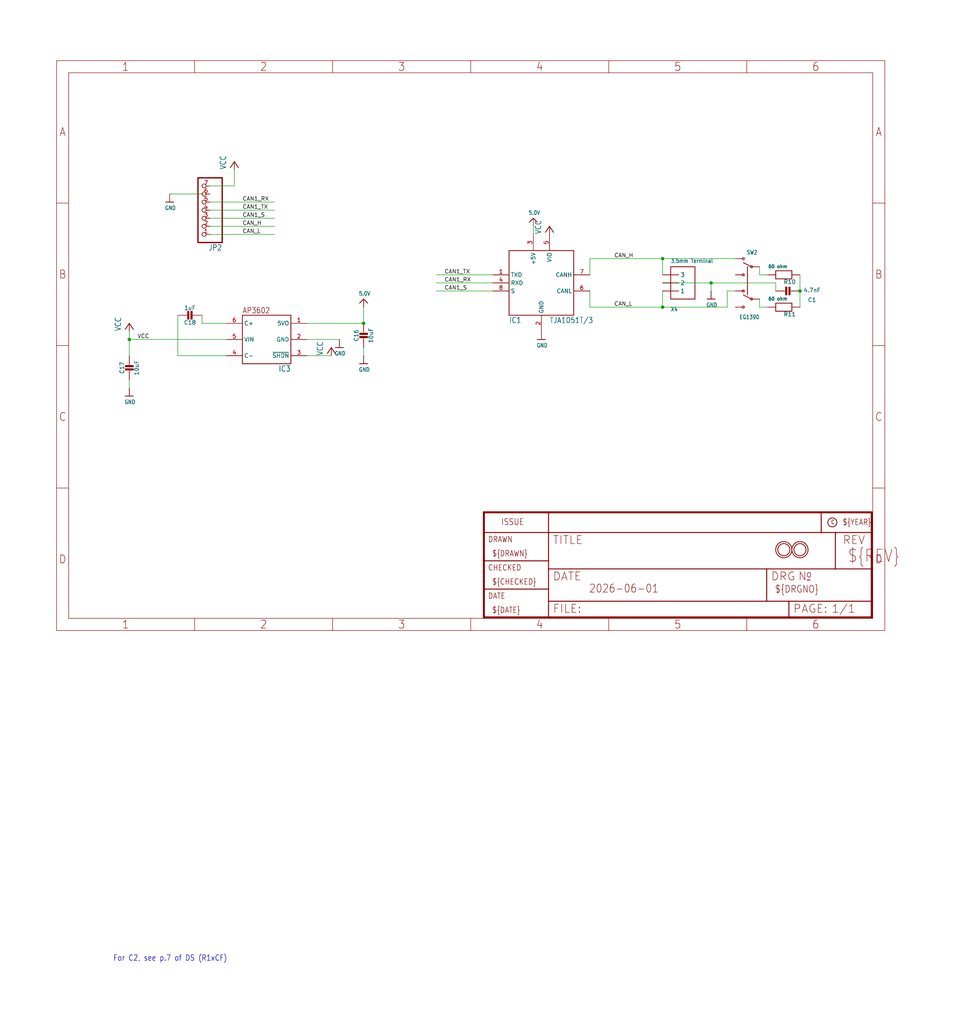
<source format=kicad_sch>
(kicad_sch (version 20230121) (generator eeschema)
  (paper "User" 303.962 321.793)
  (lib_symbols
    (symbol "working-eagle-import:5.0V" (power)
      (property "Value" "5.0V" (at -1.524 1.016 0))
      (symbol "5.0V_1_0"
        (polyline (pts (xy -1.27 -1.27) (xy 0 0)) (stroke (width 0.254)))
        (polyline (pts (xy 0 0) (xy 1.27 -1.27)) (stroke (width 0.254)))
        (pin power_in line (at 0 -2.54 90) (length 2.54) (name "5.0V") (number "1"))
      )
    )
    (symbol "working-eagle-import:AP3602"
      (property "Reference" "IC" (at -7.62 -10.16 0))
      (symbol "AP3602_1_0"
        (polyline (pts (xy -7.62 -7.62) (xy -7.62 7.62)) (stroke (width 0.254)))
        (polyline (pts (xy -7.62 7.62) (xy 7.62 7.62)) (stroke (width 0.254)))
        (polyline (pts (xy 7.62 -7.62) (xy -7.62 -7.62)) (stroke (width 0.254)))
        (polyline (pts (xy 7.62 7.62) (xy 7.62 -7.62)) (stroke (width 0.254)))
        (text "AP3602" (at 7.62 10.16 0) (effects (font (size 1.778 1.5113)) (justify right top)))
        (pin power_in line (at -12.7 5.08 0) (length 5.08) (name "5VO") (number "1"))
        (pin power_in line (at -12.7 0 0) (length 5.08) (name "GND") (number "2"))
        (pin input line (at -12.7 -5.08 0) (length 5.08) (name "~{SHDN}") (number "3"))
        (pin bidirectional line (at 12.7 -5.08 180) (length 5.08) (name "C-") (number "4"))
        (pin power_in line (at 12.7 0 180) (length 5.08) (name "VIN") (number "5"))
        (pin bidirectional line (at 12.7 5.08 180) (length 5.08) (name "C+") (number "6"))
      )
    )
    (symbol "working-eagle-import:CAN_TRANSCIEVER_TCAN1051V"
      (property "Reference" "IC" (at -10.16 -12.7 0))
      (symbol "CAN_TRANSCIEVER_TCAN1051V_1_0"
        (polyline (pts (xy -10.16 -10.16) (xy -10.16 10.16)) (stroke (width 0.254)))
        (polyline (pts (xy -10.16 10.16) (xy 10.16 10.16)) (stroke (width 0.254)))
        (polyline (pts (xy 10.16 -10.16) (xy -10.16 -10.16)) (stroke (width 0.254)))
        (polyline (pts (xy 10.16 10.16) (xy 10.16 -10.16)) (stroke (width 0.254)))
        (pin input line (at -15.24 2.54 0) (length 5.08) (name "TXD") (number "1"))
        (pin power_in line (at 0 -15.24 90) (length 5.08) (name "GND") (number "2"))
        (pin power_in line (at -2.54 15.24 270) (length 5.08) (name "+5V") (number "3"))
        (pin output line (at -15.24 0 0) (length 5.08) (name "RXD") (number "4"))
        (pin power_in line (at 2.54 15.24 270) (length 5.08) (name "VIO") (number "5"))
        (pin bidirectional line (at 15.24 -2.54 180) (length 5.08) (name "CANL") (number "6"))
        (pin bidirectional line (at 15.24 2.54 180) (length 5.08) (name "CANH") (number "7"))
        (pin input line (at -15.24 -2.54 0) (length 5.08) (name "S") (number "8"))
      )
    )
    (symbol "working-eagle-import:CAP_CERAMIC0603_NO"
      (property "Reference" "C" (at -2.29 1.25 90))
      (symbol "CAP_CERAMIC0603_NO_1_0"
        (rectangle (start -1.27 0.508) (end 1.27 1.016) (fill (type outline)))
        (rectangle (start -1.27 1.524) (end 1.27 2.032) (fill (type outline)))
        (polyline (pts (xy 0 0.762) (xy 0 0)) (stroke (width 0.1524)))
        (polyline (pts (xy 0 2.54) (xy 0 1.778)) (stroke (width 0.1524)))
        (pin passive line (at 0 5.08 270) (length 2.54) (name "1") (number "1"))
        (pin passive line (at 0 -2.54 90) (length 2.54) (name "2") (number "2"))
      )
    )
    (symbol "working-eagle-import:CAP_CERAMIC0805-NOOUTLINE"
      (property "Reference" "C" (at -2.29 1.25 90))
      (symbol "CAP_CERAMIC0805-NOOUTLINE_1_0"
        (rectangle (start -1.27 0.508) (end 1.27 1.016) (fill (type outline)))
        (rectangle (start -1.27 1.524) (end 1.27 2.032) (fill (type outline)))
        (polyline (pts (xy 0 0.762) (xy 0 0)) (stroke (width 0.1524)))
        (polyline (pts (xy 0 2.54) (xy 0 1.778)) (stroke (width 0.1524)))
        (pin passive line (at 0 5.08 270) (length 2.54) (name "1") (number "1"))
        (pin passive line (at 0 -2.54 90) (length 2.54) (name "2") (number "2"))
      )
    )
    (symbol "working-eagle-import:CAP_CERAMIC0805_10MGAP"
      (property "Reference" "C" (at -2.29 1.25 90))
      (symbol "CAP_CERAMIC0805_10MGAP_1_0"
        (rectangle (start -1.27 0.508) (end 1.27 1.016) (fill (type outline)))
        (rectangle (start -1.27 1.524) (end 1.27 2.032) (fill (type outline)))
        (polyline (pts (xy 0 0.762) (xy 0 0)) (stroke (width 0.1524)))
        (polyline (pts (xy 0 2.54) (xy 0 1.778)) (stroke (width 0.1524)))
        (pin passive line (at 0 5.08 270) (length 2.54) (name "1") (number "1"))
        (pin passive line (at 0 -2.54 90) (length 2.54) (name "2") (number "2"))
      )
    )
    (symbol "working-eagle-import:FRAME_A4"
      (symbol "FRAME_A4_1_0"
        (polyline (pts (xy 0 44.7675) (xy 3.81 44.7675)))
        (polyline (pts (xy 0 89.535) (xy 3.81 89.535)))
        (polyline (pts (xy 0 134.3025) (xy 3.81 134.3025)))
        (polyline (pts (xy 3.81 3.81) (xy 3.81 175.26)))
        (polyline (pts (xy 43.3917 0) (xy 43.3917 3.81)))
        (polyline (pts (xy 43.3917 175.26) (xy 43.3917 179.07)))
        (polyline (pts (xy 86.7833 0) (xy 86.7833 3.81)))
        (polyline (pts (xy 86.7833 175.26) (xy 86.7833 179.07)))
        (polyline (pts (xy 130.175 0) (xy 130.175 3.81)))
        (polyline (pts (xy 130.175 175.26) (xy 130.175 179.07)))
        (polyline (pts (xy 173.5667 0) (xy 173.5667 3.81)))
        (polyline (pts (xy 173.5667 175.26) (xy 173.5667 179.07)))
        (polyline (pts (xy 216.9583 0) (xy 216.9583 3.81)))
        (polyline (pts (xy 216.9583 175.26) (xy 216.9583 179.07)))
        (polyline (pts (xy 256.54 3.81) (xy 3.81 3.81)))
        (polyline (pts (xy 256.54 3.81) (xy 256.54 8.89)) (stroke (width 0.1016)))
        (polyline (pts (xy 256.54 3.81) (xy 256.54 175.26)))
        (polyline (pts (xy 256.54 8.89) (xy 256.54 13.97)) (stroke (width 0.1016)))
        (polyline (pts (xy 256.54 13.97) (xy 256.54 19.05)) (stroke (width 0.1016)))
        (polyline (pts (xy 256.54 19.05) (xy 256.54 36.83)) (stroke (width 0.1016)))
        (polyline (pts (xy 256.54 44.7675) (xy 260.35 44.7675)))
        (polyline (pts (xy 256.54 89.535) (xy 260.35 89.535)))
        (polyline (pts (xy 256.54 134.3025) (xy 260.35 134.3025)))
        (polyline (pts (xy 256.54 175.26) (xy 3.81 175.26)))
        (polyline (pts (xy 0 0) (xy 260.35 0) (xy 260.35 179.07) (xy 0 179.07) (xy 0 0)))
        (text "1" (at 21.6958 1.905 0) (effects (font (size 2.54 2.286))))
        (text "1" (at 21.6958 177.165 0) (effects (font (size 2.54 2.286))))
        (text "2" (at 65.0875 1.905 0) (effects (font (size 2.54 2.286))))
        (text "2" (at 65.0875 177.165 0) (effects (font (size 2.54 2.286))))
        (text "3" (at 108.4792 1.905 0) (effects (font (size 2.54 2.286))))
        (text "3" (at 108.4792 177.165 0) (effects (font (size 2.54 2.286))))
        (text "4" (at 151.8708 1.905 0) (effects (font (size 2.54 2.286))))
        (text "4" (at 151.8708 177.165 0) (effects (font (size 2.54 2.286))))
        (text "5" (at 195.2625 1.905 0) (effects (font (size 2.54 2.286))))
        (text "5" (at 195.2625 177.165 0) (effects (font (size 2.54 2.286))))
        (text "6" (at 238.6542 1.905 0) (effects (font (size 2.54 2.286))))
        (text "6" (at 238.6542 177.165 0) (effects (font (size 2.54 2.286))))
        (text "A" (at 1.905 156.6863 0) (effects (font (size 2.54 2.286))))
        (text "A" (at 258.445 156.6863 0) (effects (font (size 2.54 2.286))))
        (text "B" (at 1.905 111.9188 0) (effects (font (size 2.54 2.286))))
        (text "B" (at 258.445 111.9188 0) (effects (font (size 2.54 2.286))))
        (text "C" (at 1.905 67.1513 0) (effects (font (size 2.54 2.286))))
        (text "C" (at 258.445 67.1513 0) (effects (font (size 2.54 2.286))))
        (text "D" (at 1.905 22.3838 0) (effects (font (size 2.54 2.286))))
        (text "D" (at 258.445 22.3838 0) (effects (font (size 2.54 2.286))))
      )
      (symbol "FRAME_A4_2_0"
        (polyline (pts (xy -0.3048 1.5748) (xy 20.0152 1.5748)) (stroke (width 0.6096)))
        (polyline (pts (xy -0.3048 10.4648) (xy -0.3048 1.5748)) (stroke (width 0.6096)))
        (polyline (pts (xy -0.3048 10.4648) (xy 20.0152 10.4648)) (stroke (width 0.3048)))
        (polyline (pts (xy -0.3048 19.3548) (xy -0.3048 10.4648)) (stroke (width 0.6096)))
        (polyline (pts (xy -0.3048 19.3548) (xy 20.0152 19.3548)) (stroke (width 0.3048)))
        (polyline (pts (xy -0.3048 28.2448) (xy -0.3048 19.3548)) (stroke (width 0.6096)))
        (polyline (pts (xy -0.3048 28.2448) (xy 20.0152 28.2448)) (stroke (width 0.3048)))
        (polyline (pts (xy -0.3048 34.5948) (xy -0.3048 28.2448)) (stroke (width 0.6096)))
        (polyline (pts (xy 20.0152 1.5748) (xy 20.0152 6.6548)) (stroke (width 0.3048)))
        (polyline (pts (xy 20.0152 1.5748) (xy 95.5802 1.5748)) (stroke (width 0.6096)))
        (polyline (pts (xy 20.0152 6.6548) (xy 20.0152 10.4648)) (stroke (width 0.3048)))
        (polyline (pts (xy 20.0152 6.6548) (xy 88.5952 6.6548)) (stroke (width 0.3048)))
        (polyline (pts (xy 20.0152 10.4648) (xy 20.0152 16.8148)) (stroke (width 0.3048)))
        (polyline (pts (xy 20.0152 16.8148) (xy 20.0152 19.3548)) (stroke (width 0.3048)))
        (polyline (pts (xy 20.0152 19.3548) (xy 20.0152 28.2448)) (stroke (width 0.3048)))
        (polyline (pts (xy 20.0152 28.2448) (xy 20.0152 34.5948)) (stroke (width 0.3048)))
        (polyline (pts (xy 20.0152 28.2448) (xy 105.7402 28.2448)) (stroke (width 0.3048)))
        (polyline (pts (xy 20.0152 34.5948) (xy -0.3048 34.5948)) (stroke (width 0.6096)))
        (polyline (pts (xy 88.5952 6.6548) (xy 95.5802 6.6548)) (stroke (width 0.3048)))
        (polyline (pts (xy 88.5952 16.8148) (xy 20.0152 16.8148)) (stroke (width 0.3048)))
        (polyline (pts (xy 88.5952 16.8148) (xy 88.5952 6.6548)) (stroke (width 0.3048)))
        (polyline (pts (xy 95.5802 1.5748) (xy 121.6152 1.5748)) (stroke (width 0.6096)))
        (polyline (pts (xy 95.5802 6.6548) (xy 95.5802 1.5748)) (stroke (width 0.3048)))
        (polyline (pts (xy 95.5802 6.6548) (xy 121.6152 6.6548)) (stroke (width 0.3048)))
        (polyline (pts (xy 101.2952 13.3223) (xy 102.2477 13.3223)) (stroke (width 0.254)))
        (polyline (pts (xy 105.7402 28.2448) (xy 105.7402 34.5948)) (stroke (width 0.3048)))
        (polyline (pts (xy 105.7402 28.2448) (xy 110.1852 28.2448)) (stroke (width 0.3048)))
        (polyline (pts (xy 105.7402 34.5948) (xy 20.0152 34.5948)) (stroke (width 0.6096)))
        (polyline (pts (xy 110.1852 16.8148) (xy 88.5952 16.8148)) (stroke (width 0.3048)))
        (polyline (pts (xy 110.1852 28.2448) (xy 110.1852 16.8148)) (stroke (width 0.3048)))
        (polyline (pts (xy 110.1852 28.2448) (xy 121.6152 28.2448)) (stroke (width 0.3048)))
        (polyline (pts (xy 121.6152 6.6548) (xy 121.6152 1.5748)) (stroke (width 0.6096)))
        (polyline (pts (xy 121.6152 16.8148) (xy 110.1852 16.8148)) (stroke (width 0.3048)))
        (polyline (pts (xy 121.6152 16.8148) (xy 121.6152 6.6548)) (stroke (width 0.6096)))
        (polyline (pts (xy 121.6152 28.2448) (xy 121.6152 16.8148)) (stroke (width 0.6096)))
        (polyline (pts (xy 121.6152 34.5948) (xy 105.7402 34.5948)) (stroke (width 0.6096)))
        (polyline (pts (xy 121.6152 34.5948) (xy 121.6152 28.2448)) (stroke (width 0.6096)))
        (circle (center 109.2327 31.4198) (radius 1.4199) (stroke (width 0.254)))
        (text "${#}/${##}" (at 108.9152 2.8448 0) (effects (font (size 2.54 2.54)) (justify left bottom)))
        (text "${CHECKED}" (at 2.2352 11.7348 0) (effects (font (size 1.778 1.5113)) (justify left bottom)))
        (text "${COMPANY}" (at 23.349 29.6735 0) (effects (font (size 3.175 2.6987) (thickness 0.5397) bold) (justify left bottom)))
        (text "${CURRENT_DATE}" (at 32.7152 9.1948 0) (effects (font (size 2.54 2.159)) (justify left bottom)))
        (text "${DATE}" (at 2.2352 2.8448 0) (effects (font (size 1.778 1.5113)) (justify left bottom)))
        (text "${DRAWN}" (at 2.2352 20.6248 0) (effects (font (size 1.778 1.5113)) (justify left bottom)))
        (text "${DRGNO}" (at 91.1352 9.1948 0) (effects (font (size 2.1844 1.8567)) (justify left bottom)))
        (text "${PROJECTNAME}" (at 33.0327 2.8448 0) (effects (font (size 2.54 2.159)) (justify left bottom)))
        (text "${REV}" (at 113.9952 18.7198 0) (effects (font (size 3.81 3.2385)) (justify left bottom)))
        (text "${YEAR}" (at 112.4077 30.4673 0) (effects (font (size 1.778 1.5113)) (justify left bottom)))
        (text "C" (at 108.7564 30.7848 0) (effects (font (size 1.27 1.0795)) (justify left bottom)))
        (text "CHECKED" (at 0.9652 16.1798 0) (effects (font (size 1.778 1.5113)) (justify left bottom)))
        (text "DATE" (at 0.9652 7.2898 0) (effects (font (size 1.778 1.5113)) (justify left bottom)))
        (text "DATE" (at 21.2852 13.0048 0) (effects (font (size 2.54 2.54)) (justify left bottom)))
        (text "DRAWN" (at 0.9652 25.0698 0) (effects (font (size 1.778 1.5113)) (justify left bottom)))
        (text "DRG" (at 89.8652 13.0048 0) (effects (font (size 2.54 2.54)) (justify left bottom)))
        (text "FILE:" (at 21.2852 2.8448 0) (effects (font (size 2.54 2.54)) (justify left bottom)))
        (text "ISSUE" (at 5.0927 30.4673 0) (effects (font (size 1.9304 1.6408)) (justify left bottom)))
        (text "N" (at 98.4377 13.0048 0) (effects (font (size 2.54 2.54)) (justify left bottom)))
        (text "o" (at 100.9777 13.9573 0) (effects (font (size 2.1844 1.8567)) (justify left bottom)))
        (text "PAGE:" (at 96.8502 2.8448 0) (effects (font (size 2.54 2.54)) (justify left bottom)))
        (text "REV" (at 112.4077 24.4348 0) (effects (font (size 2.54 2.54)) (justify left bottom)))
        (text "TITLE" (at 21.2852 24.4348 0) (effects (font (size 2.54 2.54)) (justify left bottom)))
      )
    )
    (symbol "working-eagle-import:GND" (power)
      (property "Value" "GND" (at -1.524 -2.54 0))
      (symbol "GND_1_0"
        (polyline (pts (xy -1.27 0) (xy 1.27 0)) (stroke (width 0.254)))
        (pin power_in line (at 0 2.54 270) (length 2.54) (name "GND") (number "1"))
      )
    )
    (symbol "working-eagle-import:HEADER-1X770MIL"
      (property "Reference" "JP" (at -6.35 10.795 0))
      (symbol "HEADER-1X770MIL_1_0"
        (polyline (pts (xy -6.35 -10.16) (xy 1.27 -10.16)) (stroke (width 0.4064)))
        (polyline (pts (xy -6.35 10.16) (xy -6.35 -10.16)) (stroke (width 0.4064)))
        (polyline (pts (xy 1.27 -10.16) (xy 1.27 10.16)) (stroke (width 0.4064)))
        (polyline (pts (xy 1.27 10.16) (xy -6.35 10.16)) (stroke (width 0.4064)))
        (pin passive inverted (at -2.54 7.62 0) (length 2.54) (name "1") (number "1"))
        (pin passive inverted (at -2.54 5.08 0) (length 2.54) (name "2") (number "2"))
        (pin passive inverted (at -2.54 2.54 0) (length 2.54) (name "3") (number "3"))
        (pin passive inverted (at -2.54 0 0) (length 2.54) (name "4") (number "4"))
        (pin passive inverted (at -2.54 -2.54 0) (length 2.54) (name "5") (number "5"))
        (pin passive inverted (at -2.54 -5.08 0) (length 2.54) (name "6") (number "6"))
        (pin passive inverted (at -2.54 -7.62 0) (length 2.54) (name "7") (number "7"))
      )
    )
    (symbol "working-eagle-import:MOUNTINGHOLE2.5"
      (symbol "MOUNTINGHOLE2.5_1_0"
        (circle (center 0 0) (radius 1.905) (stroke (width 0.254)))
        (circle (center 0 0) (radius 2.54) (stroke (width 0.254)))
      )
    )
    (symbol "working-eagle-import:RESISTOR_0603_NOOUT"
      (property "Reference" "R" (at 0 2.54 0))
      (symbol "RESISTOR_0603_NOOUT_1_0"
        (polyline (pts (xy -2.54 -1.27) (xy -2.54 1.27)) (stroke (width 0.254)))
        (polyline (pts (xy -2.54 1.27) (xy 2.54 1.27)) (stroke (width 0.254)))
        (polyline (pts (xy 2.54 -1.27) (xy -2.54 -1.27)) (stroke (width 0.254)))
        (polyline (pts (xy 2.54 1.27) (xy 2.54 -1.27)) (stroke (width 0.254)))
        (pin passive line (at -5.08 0 0) (length 2.54) (name "1") (number "1"))
        (pin passive line (at 5.08 0 180) (length 2.54) (name "2") (number "2"))
      )
    )
    (symbol "working-eagle-import:SWITCH_DPDTEG1390"
      (property "Reference" "SW" (at -4.445 8.89 0))
      (symbol "SWITCH_DPDTEG1390_1_0"
        (circle (center -2.54 -5.08) (radius 0.3592) (stroke (width 0.2032)))
        (circle (center -2.54 5.08) (radius 0.3592) (stroke (width 0.2032)))
        (circle (center 0 -7.62) (radius 0.3592) (stroke (width 0.2032)))
        (circle (center 0 -2.54) (radius 0.3592) (stroke (width 0.2032)))
        (polyline (pts (xy -2.54 -5.08) (xy 0 -3.81)) (stroke (width 0.254)))
        (polyline (pts (xy -2.54 5.08) (xy 0 6.35)) (stroke (width 0.254)))
        (polyline (pts (xy -1.27 5.08) (xy -1.27 -3.81)) (stroke (width 0.254)))
        (polyline (pts (xy 0 -7.62) (xy 0.635 -7.62)) (stroke (width 0.127)))
        (polyline (pts (xy 0 -2.54) (xy 0.635 -2.54)) (stroke (width 0.1524)))
        (polyline (pts (xy 0 2.54) (xy 0.635 2.54)) (stroke (width 0.127)))
        (polyline (pts (xy 0 7.62) (xy 0.635 7.62)) (stroke (width 0.1524)))
        (circle (center 0 2.54) (radius 0.3592) (stroke (width 0.2032)))
        (circle (center 0 7.62) (radius 0.3592) (stroke (width 0.2032)))
        (pin passive line (at 2.54 7.62 180) (length 2.54) (name "O1") (number "O1"))
        (pin passive line (at 2.54 -2.54 180) (length 2.54) (name "O2") (number "O2"))
        (pin passive line (at -5.08 5.08 0) (length 2.54) (name "P1") (number "P1"))
        (pin passive line (at -5.08 -5.08 0) (length 2.54) (name "P2") (number "P2"))
        (pin passive line (at 2.54 2.54 180) (length 2.54) (name "S1") (number "S1"))
        (pin passive line (at 2.54 -7.62 180) (length 2.54) (name "S2") (number "S2"))
      )
    )
    (symbol "working-eagle-import:TERMBLOCK_1X3"
      (property "Reference" "X" (at -2.54 7.62 0))
      (symbol "TERMBLOCK_1X3_1_0"
        (polyline (pts (xy -2.54 -5.08) (xy 5.08 -5.08)) (stroke (width 0.254)))
        (polyline (pts (xy -2.54 5.08) (xy -2.54 -5.08)) (stroke (width 0.254)))
        (polyline (pts (xy 5.08 -5.08) (xy 5.08 5.08)) (stroke (width 0.254)))
        (polyline (pts (xy 5.08 5.08) (xy -2.54 5.08)) (stroke (width 0.254)))
        (pin passive line (at -5.08 2.54 0) (length 5.08) (name "1") (number "1"))
        (pin passive line (at -5.08 0 0) (length 5.08) (name "2") (number "2"))
        (pin passive line (at -5.08 -2.54 0) (length 5.08) (name "3") (number "3"))
      )
    )
    (symbol "working-eagle-import:VCC" (power)
      (property "Value" "VCC" (at -2.54 -2.54 90))
      (symbol "VCC_1_0"
        (polyline (pts (xy 0 0) (xy -1.27 -1.905)) (stroke (width 0.254)))
        (polyline (pts (xy 1.27 -1.905) (xy 0 0)) (stroke (width 0.254)))
        (pin power_in line (at 0 -2.54 90) (length 2.54) (name "VCC") (number "1"))
      )
    )
  )
  (junction (at 208.28 81.28))
  (junction (at 208.28 96.52))
  (junction (at 251.46 91.44))
  (junction (at 223.52 88.9))
  (junction (at 40.64 106.68))
  (junction (at 114.3 101.6))
  (wire (pts (xy 66.04 58.42) (xy 73.66 58.42)) (stroke (width 0.1524)))
  (wire (pts (xy 238.76 96.52) (xy 241.3 96.52)) (stroke (width 0.1524)))
  (wire (pts (xy 208.28 88.9) (xy 223.52 88.9)) (stroke (width 0.1524)))
  (wire (pts (xy 66.04 73.66) (xy 86.36 73.66)) (stroke (width 0.1524)))
  (wire (pts (xy 208.28 81.28) (xy 208.28 86.36)) (stroke (width 0.1524)))
  (wire (pts (xy 238.76 83.82) (xy 238.76 86.36)) (stroke (width 0.1524)))
  (wire (pts (xy 137.16 91.44) (xy 154.94 91.44)) (stroke (width 0.1524)))
  (wire (pts (xy 73.66 58.42) (xy 73.66 53.34)) (stroke (width 0.1524)))
  (wire (pts (xy 223.52 88.9) (xy 243.84 88.9)) (stroke (width 0.1524)))
  (wire (pts (xy 40.64 106.68) (xy 40.64 111.76)) (stroke (width 0.1524)))
  (wire (pts (xy 238.76 93.98) (xy 238.76 96.52)) (stroke (width 0.1524)))
  (wire (pts (xy 66.04 68.58) (xy 86.36 68.58)) (stroke (width 0.1524)))
  (wire (pts (xy 40.64 106.68) (xy 40.64 104.14)) (stroke (width 0.1524)))
  (wire (pts (xy 114.3 109.22) (xy 114.3 111.76)) (stroke (width 0.1524)))
  (wire (pts (xy 231.14 91.44) (xy 228.6 91.44)) (stroke (width 0.1524)))
  (wire (pts (xy 228.6 91.44) (xy 228.6 96.52)) (stroke (width 0.1524)))
  (wire (pts (xy 208.28 91.44) (xy 208.28 96.52)) (stroke (width 0.1524)))
  (wire (pts (xy 167.64 73.66) (xy 167.64 71.12)) (stroke (width 0.1524)))
  (wire (pts (xy 96.52 111.76) (xy 104.14 111.76)) (stroke (width 0.1524)))
  (wire (pts (xy 66.04 63.5) (xy 86.36 63.5)) (stroke (width 0.1524)))
  (wire (pts (xy 185.42 91.44) (xy 185.42 96.52)) (stroke (width 0.1524)))
  (wire (pts (xy 55.88 111.76) (xy 55.88 99.06)) (stroke (width 0.1524)))
  (wire (pts (xy 106.68 106.68) (xy 96.52 106.68)) (stroke (width 0.1524)))
  (wire (pts (xy 40.64 119.38) (xy 40.64 121.92)) (stroke (width 0.1524)))
  (wire (pts (xy 251.46 91.44) (xy 251.46 86.36)) (stroke (width 0.1524)))
  (wire (pts (xy 96.52 101.6) (xy 114.3 101.6)) (stroke (width 0.1524)))
  (wire (pts (xy 185.42 96.52) (xy 208.28 96.52)) (stroke (width 0.1524)))
  (wire (pts (xy 228.6 96.52) (xy 208.28 96.52)) (stroke (width 0.1524)))
  (wire (pts (xy 251.46 96.52) (xy 251.46 91.44)) (stroke (width 0.1524)))
  (wire (pts (xy 185.42 81.28) (xy 208.28 81.28)) (stroke (width 0.1524)))
  (wire (pts (xy 71.12 106.68) (xy 40.64 106.68)) (stroke (width 0.1524)))
  (wire (pts (xy 185.42 81.28) (xy 185.42 86.36)) (stroke (width 0.1524)))
  (wire (pts (xy 71.12 101.6) (xy 63.5 101.6)) (stroke (width 0.1524)))
  (wire (pts (xy 154.94 86.36) (xy 137.16 86.36)) (stroke (width 0.1524)))
  (wire (pts (xy 241.3 86.36) (xy 238.76 86.36)) (stroke (width 0.1524)))
  (wire (pts (xy 114.3 101.6) (xy 114.3 96.52)) (stroke (width 0.1524)))
  (wire (pts (xy 137.16 88.9) (xy 154.94 88.9)) (stroke (width 0.1524)))
  (wire (pts (xy 243.84 88.9) (xy 243.84 91.44)) (stroke (width 0.1524)))
  (wire (pts (xy 66.04 66.04) (xy 86.36 66.04)) (stroke (width 0.1524)))
  (wire (pts (xy 208.28 81.28) (xy 231.14 81.28)) (stroke (width 0.1524)))
  (wire (pts (xy 71.12 111.76) (xy 55.88 111.76)) (stroke (width 0.1524)))
  (wire (pts (xy 223.52 88.9) (xy 223.52 91.44)) (stroke (width 0.1524)))
  (wire (pts (xy 63.5 101.6) (xy 63.5 99.06)) (stroke (width 0.1524)))
  (wire (pts (xy 53.34 60.96) (xy 66.04 60.96)) (stroke (width 0.1524)))
  (wire (pts (xy 66.04 71.12) (xy 86.36 71.12)) (stroke (width 0.1524)))
  (text "For C2, see p.7 of DS (R1xCF)" (at 35.56 302.26 0) (effects (font (size 1.778 1.5113)) (justify left bottom)))
  (label "CAN_L" (at 76.2 73.66 0) (effects (font (size 1.2446 1.2446))))
  (label "CAN1_RX" (at 139.7 88.9 0) (effects (font (size 1.2446 1.2446))))
  (label "CAN1_TX" (at 76.2 66.04 0) (effects (font (size 1.2446 1.2446))))
  (label "CAN1_S" (at 139.7 91.44 0) (effects (font (size 1.2446 1.2446))))
  (label "CAN1_RX" (at 76.2 63.5 0) (effects (font (size 1.2446 1.2446))))
  (label "CAN_H" (at 193.04 81.28 0) (effects (font (size 1.2446 1.2446))))
  (label "CAN1_TX" (at 139.7 86.36 0) (effects (font (size 1.2446 1.2446))))
  (label "CAN_H" (at 76.2 71.12 0) (effects (font (size 1.2446 1.2446))))
  (label "VCC" (at 43.18 106.68 0) (effects (font (size 1.2446 1.2446))))
  (label "CAN_L" (at 193.04 96.52 0) (effects (font (size 1.2446 1.2446))))
  (label "CAN1_S" (at 76.2 68.58 0) (effects (font (size 1.2446 1.2446))))
  (symbol (lib_id "working-eagle-import:GND") (at 114.3 114.3 0) (unit 1)
    (property "Reference" "#U$37" (effects hide))
    (property "Value" "GND" (at 112.776 116.84 0) (effects (font (size 1.27 1.0795)) (justify left bottom)))
  )
  (symbol (lib_id "working-eagle-import:CAP_CERAMIC0603_NO") (at 246.38 91.44 270) (unit 1)
    (property "Reference" "C1" (at 255.25 94.23 90))
    (property "Value" "4.7nF" (at 255.25 91.2 90))
    (property "Footprint" "working:0603-NO" (effects hide))
  )
  (symbol (lib_id "working-eagle-import:GND") (at 40.64 124.46 0) (unit 1)
    (property "Reference" "#U$40" (effects hide))
    (property "Value" "GND" (at 39.116 127 0) (effects (font (size 1.27 1.0795)) (justify left bottom)))
  )
  (symbol (lib_id "working-eagle-import:VCC") (at 40.64 101.6 0) (unit 1)
    (property "Reference" "#P+1" (effects hide))
    (property "Value" "VCC" (at 38.1 104.14 90) (effects (font (size 1.778 1.5113)) (justify left bottom)))
  )
  (symbol (lib_id "working-eagle-import:VCC") (at 172.72 71.12 0) (unit 1)
    (property "Reference" "#P+2" (effects hide))
    (property "Value" "VCC" (at 170.18 73.66 90) (effects (font (size 1.778 1.5113)) (justify left bottom)))
  )
  (symbol (lib_id "working-eagle-import:CAP_CERAMIC0805-NOOUTLINE") (at 114.3 106.68 0) (unit 1)
    (property "Reference" "C16" (at 112.01 105.43 90))
    (property "Value" "10uF" (at 116.6 105.43 90))
    (property "Footprint" "working:0805-NO" (effects hide))
  )
  (symbol (lib_id "working-eagle-import:CAP_CERAMIC0805-NOOUTLINE") (at 40.64 116.84 0) (unit 1)
    (property "Reference" "C17" (at 38.35 115.59 90))
    (property "Value" "10uF" (at 42.94 115.59 90))
    (property "Footprint" "working:0805-NO" (effects hide))
  )
  (symbol (lib_id "working-eagle-import:CAN_TRANSCIEVER_TCAN1051V") (at 170.18 88.9 0) (unit 1)
    (property "Reference" "IC1" (at 160.02 101.6 0) (effects (font (size 1.778 1.5113)) (justify left bottom)))
    (property "Value" "TJA1051T/3" (at 172.72 101.6 0) (effects (font (size 1.778 1.5113)) (justify left bottom)))
    (property "Footprint" "working:SOIC8_150MIL" (effects hide))
  )
  (symbol (lib_id "working-eagle-import:5.0V") (at 114.3 93.98 0) (unit 1)
    (property "Reference" "#U$42" (effects hide))
    (property "Value" "5.0V" (at 112.776 92.964 0) (effects (font (size 1.27 1.0795)) (justify left bottom)))
  )
  (symbol (lib_id "working-eagle-import:GND") (at 223.52 93.98 0) (unit 1)
    (property "Reference" "#U$5" (effects hide))
    (property "Value" "GND" (at 221.996 96.52 0) (effects (font (size 1.27 1.0795)) (justify left bottom)))
  )
  (symbol (lib_id "working-eagle-import:VCC") (at 104.14 109.22 0) (unit 1)
    (property "Reference" "#P+4" (effects hide))
    (property "Value" "VCC" (at 101.6 111.76 90) (effects (font (size 1.778 1.5113)) (justify left bottom)))
  )
  (symbol (lib_id "working-eagle-import:GND") (at 53.34 63.5 0) (unit 1)
    (property "Reference" "#U$1" (effects hide))
    (property "Value" "GND" (at 51.816 66.04 0) (effects (font (size 1.27 1.0795)) (justify left bottom)))
  )
  (symbol (lib_id "working-eagle-import:TERMBLOCK_1X3") (at 213.36 88.9 0) (mirror x) (unit 1)
    (property "Reference" "X4" (at 210.82 96.52 0) (effects (font (size 1.27 1.0795)) (justify left bottom)))
    (property "Value" "3.5mm Terminal" (at 210.82 81.28 0) (effects (font (size 1.27 1.0795)) (justify left bottom)))
    (property "Footprint" "working:TERMBLOCK_1X3-3.5MM" (effects hide))
  )
  (symbol (lib_id "working-eagle-import:CAP_CERAMIC0805_10MGAP") (at 60.96 99.06 90) (unit 1)
    (property "Reference" "C18" (at 59.71 101.35 90))
    (property "Value" "1uF" (at 59.71 96.76 90))
    (property "Footprint" "working:0805_10MGAP" (effects hide))
  )
  (symbol (lib_id "working-eagle-import:HEADER-1X770MIL") (at 63.5 66.04 180) (unit 1)
    (property "Reference" "JP2" (at 69.85 76.835 0) (effects (font (size 1.778 1.5113)) (justify left bottom)))
    (property "Value" "HEADER-1X770MIL" (effects hide))
    (property "Footprint" "working:1X07_ROUND_70" (effects hide))
  )
  (symbol (lib_id "working-eagle-import:VCC") (at 73.66 50.8 0) (unit 1)
    (property "Reference" "#P+3" (effects hide))
    (property "Value" "VCC" (at 71.12 53.34 90) (effects (font (size 1.778 1.5113)) (justify left bottom)))
  )
  (symbol (lib_id "working-eagle-import:FRAME_A4") (at 152.4 195.58 0) (unit 2)
    (property "Reference" "#FRAME1" (effects hide))
    (property "Value" "FRAME_A4" (effects hide))
  )
  (symbol (lib_id "working-eagle-import:GND") (at 106.68 109.22 0) (unit 1)
    (property "Reference" "#U$43" (effects hide))
    (property "Value" "GND" (at 105.156 111.76 0) (effects (font (size 1.27 1.0795)) (justify left bottom)))
  )
  (symbol (lib_id "working-eagle-import:MOUNTINGHOLE2.5") (at 246.38 172.72 0) (unit 1)
    (property "Reference" "U$2" (effects hide))
    (property "Value" "MOUNTINGHOLE2.5" (effects hide))
    (property "Footprint" "working:MOUNTINGHOLE_2.5_PLATED" (effects hide))
  )
  (symbol (lib_id "working-eagle-import:GND") (at 170.18 106.68 0) (unit 1)
    (property "Reference" "#U$4" (effects hide))
    (property "Value" "GND" (at 168.656 109.22 0) (effects (font (size 1.27 1.0795)) (justify left bottom)))
  )
  (symbol (lib_id "working-eagle-import:RESISTOR_0603_NOOUT") (at 246.38 96.52 180) (unit 1)
    (property "Reference" "R11" (at 250.19 98.0186 0) (effects (justify left bottom)))
    (property "Value" "60 ohm" (at 247.65 93.218 0) (effects (font (size 1.016 1.016) bold) (justify left bottom)))
    (property "Footprint" "working:0603-NO" (effects hide))
  )
  (symbol (lib_id "working-eagle-import:FRAME_A4") (at 17.78 198.12 0) (unit 1)
    (property "Reference" "#FRAME1" (effects hide))
    (property "Value" "FRAME_A4" (effects hide))
  )
  (symbol (lib_id "working-eagle-import:MOUNTINGHOLE2.5") (at 251.46 172.72 0) (unit 1)
    (property "Reference" "U$3" (effects hide))
    (property "Value" "MOUNTINGHOLE2.5" (effects hide))
    (property "Footprint" "working:MOUNTINGHOLE_2.5_PLATED" (effects hide))
  )
  (symbol (lib_id "working-eagle-import:SWITCH_DPDTEG1390") (at 233.68 88.9 0) (mirror y) (unit 1)
    (property "Reference" "SW2" (at 238.125 80.01 0) (effects (font (size 1.27 1.0795)) (justify left bottom)))
    (property "Value" "EG1390" (at 238.76 100.33 0) (effects (font (size 1.27 1.0795)) (justify left bottom)))
    (property "Footprint" "working:EG1390" (effects hide))
  )
  (symbol (lib_id "working-eagle-import:RESISTOR_0603_NOOUT") (at 246.38 86.36 180) (unit 1)
    (property "Reference" "R10" (at 250.19 87.8586 0) (effects (justify left bottom)))
    (property "Value" "60 ohm" (at 247.65 83.058 0) (effects (font (size 1.016 1.016) bold) (justify left bottom)))
    (property "Footprint" "working:0603-NO" (effects hide))
  )
  (symbol (lib_id "working-eagle-import:AP3602") (at 83.82 106.68 0) (mirror y) (unit 1)
    (property "Reference" "IC3" (at 91.44 116.84 0) (effects (font (size 1.778 1.5113)) (justify left bottom)))
    (property "Value" "AP3602" (effects hide))
    (property "Footprint" "working:SOT23-6" (effects hide))
  )
  (symbol (lib_id "working-eagle-import:5.0V") (at 167.64 68.58 0) (unit 1)
    (property "Reference" "#U$23" (effects hide))
    (property "Value" "5.0V" (at 166.116 67.564 0) (effects (font (size 1.27 1.0795)) (justify left bottom)))
  )
)
</source>
